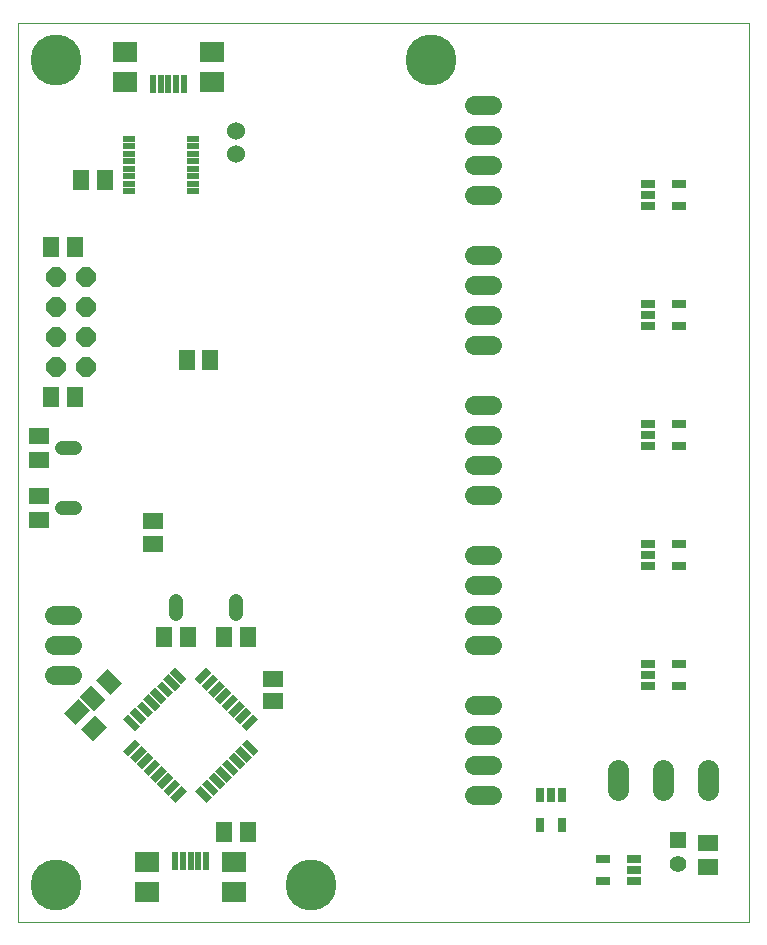
<source format=gbs>
G75*
%MOIN*%
%OFA0B0*%
%FSLAX25Y25*%
%IPPOS*%
%LPD*%
%AMOC8*
5,1,8,0,0,1.08239X$1,22.5*
%
%ADD10C,0.00000*%
%ADD11R,0.05124X0.02762*%
%ADD12R,0.05400X0.02500*%
%ADD13R,0.02500X0.05400*%
%ADD14R,0.05518X0.06699*%
%ADD15C,0.04800*%
%ADD16C,0.06400*%
%ADD17R,0.06699X0.05518*%
%ADD18R,0.05550X0.05550*%
%ADD19C,0.05550*%
%ADD20C,0.07000*%
%ADD21R,0.02762X0.05124*%
%ADD22R,0.04000X0.02000*%
%ADD23C,0.06000*%
%ADD24OC8,0.06400*%
%ADD25R,0.07874X0.06693*%
%ADD26R,0.01975X0.05912*%
%ADD27C,0.16998*%
D10*
X0001800Y0001800D02*
X0001800Y0301761D01*
X0245501Y0301761D01*
X0245501Y0001800D01*
X0001800Y0001800D01*
D11*
X0196658Y0015560D03*
X0196658Y0023040D03*
X0206942Y0023040D03*
X0206942Y0019300D03*
X0206942Y0015560D03*
X0211658Y0080560D03*
X0211658Y0084300D03*
X0211658Y0088040D03*
X0221942Y0088040D03*
X0221942Y0080560D03*
X0221942Y0120560D03*
X0221942Y0128040D03*
X0211658Y0128040D03*
X0211658Y0124300D03*
X0211658Y0120560D03*
X0211658Y0160560D03*
X0211658Y0164300D03*
X0211658Y0168040D03*
X0221942Y0168040D03*
X0221942Y0160560D03*
X0221942Y0200560D03*
X0221942Y0208040D03*
X0211658Y0208040D03*
X0211658Y0204300D03*
X0211658Y0200560D03*
X0211658Y0240560D03*
X0211658Y0244300D03*
X0211658Y0248040D03*
X0221942Y0248040D03*
X0221942Y0240560D03*
D12*
G36*
X0076252Y0067430D02*
X0080070Y0071248D01*
X0081838Y0069480D01*
X0078020Y0065662D01*
X0076252Y0067430D01*
G37*
G36*
X0074025Y0069657D02*
X0077843Y0073475D01*
X0079611Y0071707D01*
X0075793Y0067889D01*
X0074025Y0069657D01*
G37*
G36*
X0071798Y0071884D02*
X0075616Y0075702D01*
X0077384Y0073934D01*
X0073566Y0070116D01*
X0071798Y0071884D01*
G37*
G36*
X0069571Y0074112D02*
X0073389Y0077930D01*
X0075157Y0076162D01*
X0071339Y0072344D01*
X0069571Y0074112D01*
G37*
G36*
X0067344Y0076339D02*
X0071162Y0080157D01*
X0072930Y0078389D01*
X0069112Y0074571D01*
X0067344Y0076339D01*
G37*
G36*
X0065116Y0078566D02*
X0068934Y0082384D01*
X0070702Y0080616D01*
X0066884Y0076798D01*
X0065116Y0078566D01*
G37*
G36*
X0062889Y0080793D02*
X0066707Y0084611D01*
X0068475Y0082843D01*
X0064657Y0079025D01*
X0062889Y0080793D01*
G37*
G36*
X0060662Y0083020D02*
X0064480Y0086838D01*
X0066248Y0085070D01*
X0062430Y0081252D01*
X0060662Y0083020D01*
G37*
G36*
X0038989Y0056893D02*
X0042807Y0060711D01*
X0044575Y0058943D01*
X0040757Y0055125D01*
X0038989Y0056893D01*
G37*
G36*
X0036762Y0059120D02*
X0040580Y0062938D01*
X0042348Y0061170D01*
X0038530Y0057352D01*
X0036762Y0059120D01*
G37*
G36*
X0041216Y0054666D02*
X0045034Y0058484D01*
X0046802Y0056716D01*
X0042984Y0052898D01*
X0041216Y0054666D01*
G37*
G36*
X0043443Y0052438D02*
X0047261Y0056256D01*
X0049029Y0054488D01*
X0045211Y0050670D01*
X0043443Y0052438D01*
G37*
G36*
X0045670Y0050211D02*
X0049488Y0054029D01*
X0051256Y0052261D01*
X0047438Y0048443D01*
X0045670Y0050211D01*
G37*
G36*
X0047898Y0047984D02*
X0051716Y0051802D01*
X0053484Y0050034D01*
X0049666Y0046216D01*
X0047898Y0047984D01*
G37*
G36*
X0050125Y0045757D02*
X0053943Y0049575D01*
X0055711Y0047807D01*
X0051893Y0043989D01*
X0050125Y0045757D01*
G37*
G36*
X0052352Y0043530D02*
X0056170Y0047348D01*
X0057938Y0045580D01*
X0054120Y0041762D01*
X0052352Y0043530D01*
G37*
D13*
G36*
X0060662Y0045580D02*
X0062430Y0047348D01*
X0066248Y0043530D01*
X0064480Y0041762D01*
X0060662Y0045580D01*
G37*
G36*
X0062889Y0047807D02*
X0064657Y0049575D01*
X0068475Y0045757D01*
X0066707Y0043989D01*
X0062889Y0047807D01*
G37*
G36*
X0065116Y0050034D02*
X0066884Y0051802D01*
X0070702Y0047984D01*
X0068934Y0046216D01*
X0065116Y0050034D01*
G37*
G36*
X0067344Y0052261D02*
X0069112Y0054029D01*
X0072930Y0050211D01*
X0071162Y0048443D01*
X0067344Y0052261D01*
G37*
G36*
X0069571Y0054488D02*
X0071339Y0056256D01*
X0075157Y0052438D01*
X0073389Y0050670D01*
X0069571Y0054488D01*
G37*
G36*
X0071798Y0056716D02*
X0073566Y0058484D01*
X0077384Y0054666D01*
X0075616Y0052898D01*
X0071798Y0056716D01*
G37*
G36*
X0074025Y0058943D02*
X0075793Y0060711D01*
X0079611Y0056893D01*
X0077843Y0055125D01*
X0074025Y0058943D01*
G37*
G36*
X0076252Y0061170D02*
X0078020Y0062938D01*
X0081838Y0059120D01*
X0080070Y0057352D01*
X0076252Y0061170D01*
G37*
G36*
X0052352Y0085070D02*
X0054120Y0086838D01*
X0057938Y0083020D01*
X0056170Y0081252D01*
X0052352Y0085070D01*
G37*
G36*
X0050125Y0082843D02*
X0051893Y0084611D01*
X0055711Y0080793D01*
X0053943Y0079025D01*
X0050125Y0082843D01*
G37*
G36*
X0047898Y0080616D02*
X0049666Y0082384D01*
X0053484Y0078566D01*
X0051716Y0076798D01*
X0047898Y0080616D01*
G37*
G36*
X0045670Y0078389D02*
X0047438Y0080157D01*
X0051256Y0076339D01*
X0049488Y0074571D01*
X0045670Y0078389D01*
G37*
G36*
X0043443Y0076162D02*
X0045211Y0077930D01*
X0049029Y0074112D01*
X0047261Y0072344D01*
X0043443Y0076162D01*
G37*
G36*
X0041216Y0073934D02*
X0042984Y0075702D01*
X0046802Y0071884D01*
X0045034Y0070116D01*
X0041216Y0073934D01*
G37*
G36*
X0038989Y0071707D02*
X0040757Y0073475D01*
X0044575Y0069657D01*
X0042807Y0067889D01*
X0038989Y0071707D01*
G37*
G36*
X0036762Y0069480D02*
X0038530Y0071248D01*
X0042348Y0067430D01*
X0040580Y0065662D01*
X0036762Y0069480D01*
G37*
D14*
G36*
X0027501Y0070835D02*
X0031403Y0066933D01*
X0026667Y0062197D01*
X0022765Y0066099D01*
X0027501Y0070835D01*
G37*
G36*
X0030835Y0076099D02*
X0026933Y0072197D01*
X0022197Y0076933D01*
X0026099Y0080835D01*
X0030835Y0076099D01*
G37*
G36*
X0036403Y0081667D02*
X0032501Y0077765D01*
X0027765Y0082501D01*
X0031667Y0086403D01*
X0036403Y0081667D01*
G37*
G36*
X0021933Y0076403D02*
X0025835Y0072501D01*
X0021099Y0067765D01*
X0017197Y0071667D01*
X0021933Y0076403D01*
G37*
X0050363Y0096800D03*
X0058237Y0096800D03*
X0070363Y0096800D03*
X0078237Y0096800D03*
X0078237Y0031800D03*
X0070363Y0031800D03*
X0020737Y0176800D03*
X0012863Y0176800D03*
X0012863Y0226800D03*
X0020737Y0226800D03*
X0022863Y0249300D03*
X0030737Y0249300D03*
X0058060Y0189300D03*
X0065540Y0189300D03*
D15*
X0020768Y0160032D02*
X0016368Y0160032D01*
X0016368Y0140032D02*
X0020768Y0140032D01*
X0054300Y0109000D02*
X0054300Y0104600D01*
X0074300Y0104600D02*
X0074300Y0109000D01*
D16*
X0019800Y0104300D02*
X0013800Y0104300D01*
X0013800Y0094300D02*
X0019800Y0094300D01*
X0019800Y0084300D02*
X0013800Y0084300D01*
X0153800Y0074300D02*
X0159800Y0074300D01*
X0159800Y0064300D02*
X0153800Y0064300D01*
X0153800Y0054300D02*
X0159800Y0054300D01*
X0159800Y0044300D02*
X0153800Y0044300D01*
X0153800Y0094300D02*
X0159800Y0094300D01*
X0159800Y0104300D02*
X0153800Y0104300D01*
X0153800Y0114300D02*
X0159800Y0114300D01*
X0159800Y0124300D02*
X0153800Y0124300D01*
X0153800Y0144300D02*
X0159800Y0144300D01*
X0159800Y0154300D02*
X0153800Y0154300D01*
X0153800Y0164300D02*
X0159800Y0164300D01*
X0159800Y0174300D02*
X0153800Y0174300D01*
X0153800Y0194300D02*
X0159800Y0194300D01*
X0159800Y0204300D02*
X0153800Y0204300D01*
X0153800Y0214300D02*
X0159800Y0214300D01*
X0159800Y0224300D02*
X0153800Y0224300D01*
X0153800Y0244300D02*
X0159800Y0244300D01*
X0159800Y0254300D02*
X0153800Y0254300D01*
X0153800Y0264300D02*
X0159800Y0264300D01*
X0159800Y0274300D02*
X0153800Y0274300D01*
D17*
X0046800Y0135737D03*
X0046800Y0127863D03*
X0008568Y0136095D03*
X0008568Y0143969D03*
X0008568Y0156095D03*
X0008568Y0163969D03*
X0086800Y0083040D03*
X0086800Y0075560D03*
X0231800Y0028237D03*
X0231800Y0020363D03*
D18*
X0221800Y0029300D03*
D19*
X0221800Y0021426D03*
D20*
X0216800Y0046000D02*
X0216800Y0052600D01*
X0201800Y0052600D02*
X0201800Y0046000D01*
X0231800Y0046000D02*
X0231800Y0052600D01*
D21*
X0183040Y0044442D03*
X0179300Y0044442D03*
X0175560Y0044442D03*
X0175560Y0034158D03*
X0183040Y0034158D03*
D22*
X0060000Y0245550D03*
X0060000Y0248050D03*
X0060000Y0250550D03*
X0060000Y0253050D03*
X0060000Y0255550D03*
X0060000Y0258050D03*
X0060000Y0260550D03*
X0060000Y0263050D03*
X0038600Y0263050D03*
X0038600Y0260550D03*
X0038600Y0258050D03*
X0038600Y0255550D03*
X0038600Y0253050D03*
X0038600Y0250550D03*
X0038600Y0248050D03*
X0038600Y0245550D03*
D23*
X0074300Y0257863D03*
X0074300Y0265737D03*
D24*
X0024300Y0216800D03*
X0024300Y0206800D03*
X0024300Y0196800D03*
X0024300Y0186800D03*
X0014300Y0186800D03*
X0014300Y0196800D03*
X0014300Y0206800D03*
X0014300Y0216800D03*
D25*
X0037296Y0281800D03*
X0037296Y0291800D03*
X0066304Y0291800D03*
X0066304Y0281800D03*
X0073804Y0021800D03*
X0073804Y0011800D03*
X0044796Y0011800D03*
X0044796Y0021800D03*
D26*
X0054182Y0022430D03*
X0056741Y0022430D03*
X0059300Y0022430D03*
X0061859Y0022430D03*
X0064418Y0022430D03*
X0056918Y0281170D03*
X0054359Y0281170D03*
X0051800Y0281170D03*
X0049241Y0281170D03*
X0046682Y0281170D03*
D27*
X0014300Y0289300D03*
X0139300Y0289300D03*
X0099300Y0014300D03*
X0014300Y0014300D03*
M02*

</source>
